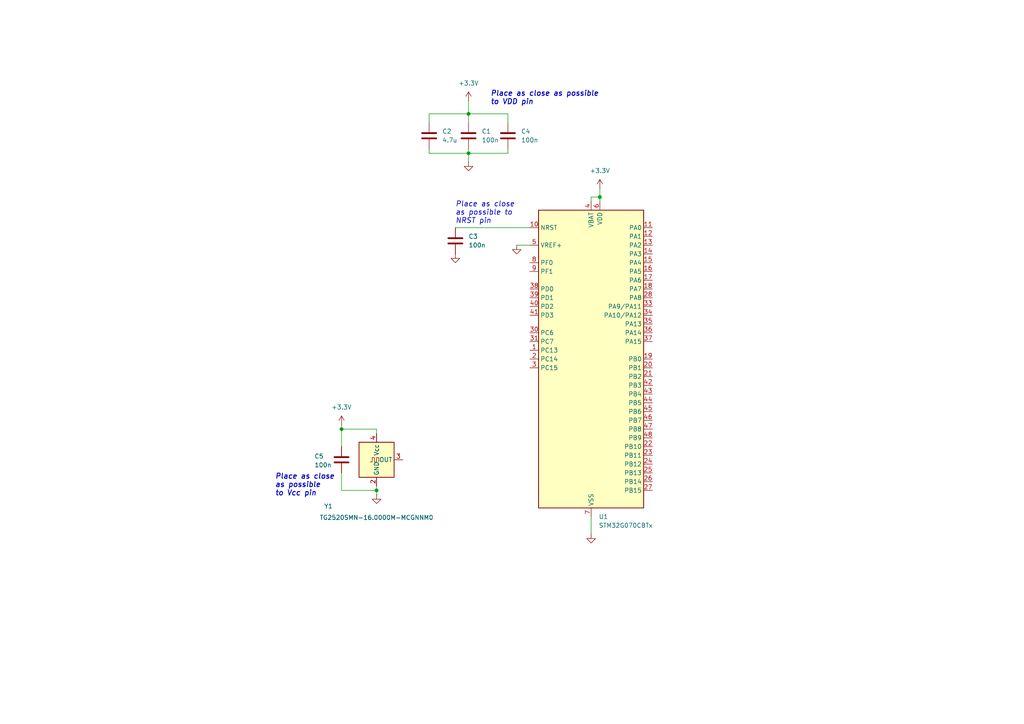
<source format=kicad_sch>
(kicad_sch (version 20231120) (generator "eeschema") (generator_version "8.0")
  (paper "A4")
  (lib_symbols
    (symbol "Device:C" (pin_numbers hide) (pin_names (offset 0.254))
      (property "Reference" "C" (at 0.635 2.54 0))
      (property "Value" "C" (at 0.635 -2.54 0))
      (symbol "C_0_1"
        (polyline (pts (xy -2.032 -0.762) (xy 2.032 -0.762)) (stroke (width 0.508)))
        (polyline (pts (xy -2.032 0.762) (xy 2.032 0.762)) (stroke (width 0.508)))
      )
      (symbol "C_1_1"
        (pin passive line (at 0 3.81 270) (length 2.794) (name "~") (number "1"))
        (pin passive line (at 0 -3.81 90) (length 2.794) (name "~") (number "2"))
      )
    )
    (symbol "MCU_ST_STM32G0:STM32G070CBTx"
      (property "Reference" "U" (at -15.24 44.45 0))
      (property "Value" "STM32G070CBTx" (at 5.08 44.45 0))
      (symbol "STM32G070CBTx_0_1"
        (rectangle (start -15.24 -43.18) (end 15.24 43.18) (stroke (width 0.254)) (fill (type background)))
      )
      (symbol "STM32G070CBTx_1_1"
        (pin bidirectional line (at -17.78 2.54 0) (length 2.54) (name "PC13") (number "1"))
        (pin input line (at -17.78 38.1 0) (length 2.54) (name "NRST") (number "10"))
        (pin bidirectional line (at 17.78 38.1 180) (length 2.54) (name "PA0") (number "11"))
        (pin bidirectional line (at 17.78 35.56 180) (length 2.54) (name "PA1") (number "12"))
        (pin bidirectional line (at 17.78 33.02 180) (length 2.54) (name "PA2") (number "13"))
        (pin bidirectional line (at 17.78 30.48 180) (length 2.54) (name "PA3") (number "14"))
        (pin bidirectional line (at 17.78 27.94 180) (length 2.54) (name "PA4") (number "15"))
        (pin bidirectional line (at 17.78 25.4 180) (length 2.54) (name "PA5") (number "16"))
        (pin bidirectional line (at 17.78 22.86 180) (length 2.54) (name "PA6") (number "17"))
        (pin bidirectional line (at 17.78 20.32 180) (length 2.54) (name "PA7") (number "18"))
        (pin bidirectional line (at 17.78 0 180) (length 2.54) (name "PB0") (number "19"))
        (pin bidirectional line (at -17.78 0 0) (length 2.54) (name "PC14") (number "2"))
        (pin bidirectional line (at 17.78 -2.54 180) (length 2.54) (name "PB1") (number "20"))
        (pin bidirectional line (at 17.78 -5.08 180) (length 2.54) (name "PB2") (number "21"))
        (pin bidirectional line (at 17.78 -25.4 180) (length 2.54) (name "PB10") (number "22"))
        (pin bidirectional line (at 17.78 -27.94 180) (length 2.54) (name "PB11") (number "23"))
        (pin bidirectional line (at 17.78 -30.48 180) (length 2.54) (name "PB12") (number "24"))
        (pin bidirectional line (at 17.78 -33.02 180) (length 2.54) (name "PB13") (number "25"))
        (pin bidirectional line (at 17.78 -35.56 180) (length 2.54) (name "PB14") (number "26"))
        (pin bidirectional line (at 17.78 -38.1 180) (length 2.54) (name "PB15") (number "27"))
        (pin bidirectional line (at 17.78 17.78 180) (length 2.54) (name "PA8") (number "28"))
        (pin no_connect line (at -15.24 -43.18 0) (length 2.54) hide (name "NC/PA9") (number "29"))
        (pin bidirectional line (at -17.78 -2.54 0) (length 2.54) (name "PC15") (number "3"))
        (pin bidirectional line (at -17.78 7.62 0) (length 2.54) (name "PC6") (number "30"))
        (pin bidirectional line (at -17.78 5.08 0) (length 2.54) (name "PC7") (number "31"))
        (pin no_connect line (at -15.24 -40.64 0) (length 2.54) hide (name "NC/PA10") (number "32"))
        (pin bidirectional line (at 17.78 15.24 180) (length 2.54) (name "PA9/PA11") (number "33"))
        (pin bidirectional line (at 17.78 12.7 180) (length 2.54) (name "PA10/PA12") (number "34"))
        (pin bidirectional line (at 17.78 10.16 180) (length 2.54) (name "PA13") (number "35"))
        (pin bidirectional line (at 17.78 7.62 180) (length 2.54) (name "PA14") (number "36"))
        (pin bidirectional line (at 17.78 5.08 180) (length 2.54) (name "PA15") (number "37"))
        (pin bidirectional line (at -17.78 20.32 0) (length 2.54) (name "PD0") (number "38"))
        (pin bidirectional line (at -17.78 17.78 0) (length 2.54) (name "PD1") (number "39"))
        (pin power_in line (at 0 45.72 270) (length 2.54) (name "VBAT") (number "4"))
        (pin bidirectional line (at -17.78 15.24 0) (length 2.54) (name "PD2") (number "40"))
        (pin bidirectional line (at -17.78 12.7 0) (length 2.54) (name "PD3") (number "41"))
        (pin bidirectional line (at 17.78 -7.62 180) (length 2.54) (name "PB3") (number "42"))
        (pin bidirectional line (at 17.78 -10.16 180) (length 2.54) (name "PB4") (number "43"))
        (pin bidirectional line (at 17.78 -12.7 180) (length 2.54) (name "PB5") (number "44"))
        (pin bidirectional line (at 17.78 -15.24 180) (length 2.54) (name "PB6") (number "45"))
        (pin bidirectional line (at 17.78 -17.78 180) (length 2.54) (name "PB7") (number "46"))
        (pin bidirectional line (at 17.78 -20.32 180) (length 2.54) (name "PB8") (number "47"))
        (pin bidirectional line (at 17.78 -22.86 180) (length 2.54) (name "PB9") (number "48"))
        (pin input line (at -17.78 33.02 0) (length 2.54) (name "VREF+") (number "5"))
        (pin power_in line (at 2.54 45.72 270) (length 2.54) (name "VDD") (number "6"))
        (pin power_in line (at 0 -45.72 90) (length 2.54) (name "VSS") (number "7"))
        (pin bidirectional line (at -17.78 27.94 0) (length 2.54) (name "PF0") (number "8"))
        (pin bidirectional line (at -17.78 25.4 0) (length 2.54) (name "PF1") (number "9"))
      )
    )
    (symbol "Oscillator:TG2520SMN-xx.xxxxxxMhz-xxxxNM"
      (property "Reference" "Y" (at -5.08 6.35 0))
      (property "Value" "TG2520SMN-xx.xxxxxxMhz-xxxxNM" (at 1.27 -6.35 0))
      (symbol "TG2520SMN-xx.xxxxxxMhz-xxxxNM_0_1"
        (rectangle (start -5.08 5.08) (end 5.08 -5.08) (stroke (width 0.254)) (fill (type background)))
        (polyline (pts (xy -1.905 -0.635) (xy -1.27 -0.635) (xy -1.27 0.635) (xy -0.635 0.635) (xy -0.635 -0.635) (xy 0 -0.635) (xy 0 0.635) (xy 0.635 0.635) (xy 0.635 -0.635)))
      )
      (symbol "TG2520SMN-xx.xxxxxxMhz-xxxxNM_1_1"
        (pin no_connect line (at -5.08 0 0) (length 2.54) hide (name "NC") (number "1"))
        (pin power_in line (at 0 -7.62 90) (length 2.54) (name "GND") (number "2"))
        (pin output line (at 7.62 0 180) (length 2.54) (name "OUT") (number "3"))
        (pin power_in line (at 0 7.62 270) (length 2.54) (name "Vcc") (number "4"))
      )
    )
    (symbol "power:+3.3V" (power) (pin_numbers hide) (pin_names (offset 0) hide)
      (property "Value" "+3.3V" (at 0 3.556 0))
      (symbol "+3.3V_0_1"
        (polyline (pts (xy -0.762 1.27) (xy 0 2.54)))
        (polyline (pts (xy 0 0) (xy 0 2.54)))
        (polyline (pts (xy 0 2.54) (xy 0.762 1.27)))
      )
      (symbol "+3.3V_1_1"
        (pin power_in line (at 0 0 90) (length 0) (name "~") (number "1"))
      )
    )
    (symbol "power:GND" (power) (pin_numbers hide) (pin_names (offset 0) hide)
      (property "Value" "GND" (at 0 -3.81 0))
      (symbol "GND_0_1"
        (polyline (pts (xy 0 0) (xy 0 -1.27) (xy 1.27 -1.27) (xy 0 -2.54) (xy -1.27 -1.27) (xy 0 -1.27)))
      )
      (symbol "GND_1_1"
        (pin power_in line (at 0 0 270) (length 0) (name "~") (number "1"))
      )
    )
  )
  (junction (at 99.06 124.46))
  (junction (at 135.89 33.02))
  (junction (at 135.89 44.45))
  (junction (at 173.99 57.15))
  (junction (at 109.22 142.24))
  (wire (pts (xy 109.22 142.24) (xy 99.06 142.24)))
  (wire (pts (xy 124.46 33.02) (xy 135.89 33.02)))
  (wire (pts (xy 109.22 142.24) (xy 109.22 143.51)))
  (wire (pts (xy 109.22 142.24) (xy 109.22 140.97)))
  (wire (pts (xy 171.45 57.15) (xy 173.99 57.15)))
  (wire (pts (xy 99.06 124.46) (xy 99.06 129.54)))
  (wire (pts (xy 135.89 43.18) (xy 135.89 44.45)))
  (wire (pts (xy 99.06 123.19) (xy 99.06 124.46)))
  (wire (pts (xy 173.99 57.15) (xy 173.99 58.42)))
  (wire (pts (xy 132.08 66.04) (xy 153.67 66.04)))
  (wire (pts (xy 147.32 44.45) (xy 147.32 43.18)))
  (wire (pts (xy 171.45 149.86) (xy 171.45 154.94)))
  (wire (pts (xy 135.89 44.45) (xy 135.89 46.99)))
  (wire (pts (xy 171.45 58.42) (xy 171.45 57.15)))
  (wire (pts (xy 109.22 124.46) (xy 109.22 125.73)))
  (wire (pts (xy 147.32 35.56) (xy 147.32 33.02)))
  (wire (pts (xy 124.46 35.56) (xy 124.46 33.02)))
  (wire (pts (xy 149.86 71.12) (xy 153.67 71.12)))
  (wire (pts (xy 99.06 124.46) (xy 109.22 124.46)))
  (wire (pts (xy 147.32 33.02) (xy 135.89 33.02)))
  (wire (pts (xy 124.46 44.45) (xy 124.46 43.18)))
  (wire (pts (xy 99.06 142.24) (xy 99.06 137.16)))
  (wire (pts (xy 135.89 33.02) (xy 135.89 35.56)))
  (wire (pts (xy 135.89 44.45) (xy 147.32 44.45)))
  (wire (pts (xy 135.89 29.21) (xy 135.89 33.02)))
  (wire (pts (xy 173.99 54.61) (xy 173.99 57.15)))
  (wire (pts (xy 135.89 44.45) (xy 124.46 44.45)))
  (text "Place as close \nas possible to \nNRST pin" (at 132.08 61.722 0) (effects (font (size 1.5 1.5) (thickness 0.1875) (italic yes)) (justify left)))
  (text "Place as close \nas possible\nto Vcc pin" (at 79.756 140.716 0) (effects (font (size 1.5 1.5) (thickness 0.25) (italic yes)) (justify left)))
  (text "Place as close as possible\nto VDD pin" (at 142.24 28.448 0) (effects (font (size 1.5 1.5) (thickness 0.25) (italic yes)) (justify left)))
  (symbol (lib_id "power:GND") (at 171.45 154.94 0) (unit 1)
    (property "Reference" "#PWR1" (effects (hide yes)))
    (property "Value" "GND" (effects (hide yes)))
    (property "Description" "Power symbol creates a global label with name \"GND\" , ground" (effects (hide yes)))
  )
  (symbol (lib_id "power:GND") (at 135.89 46.99 0) (unit 1)
    (property "Reference" "#PWR3" (effects (hide yes)))
    (property "Value" "GND" (effects (hide yes)))
    (property "Description" "Power symbol creates a global label with name \"GND\" , ground" (effects (hide yes)))
  )
  (symbol (lib_id "Device:C") (at 124.46 39.37 0) (unit 1)
    (property "Reference" "C2" (at 128.27 38.0999 0) (effects (justify left)))
    (property "Value" "4.7u" (at 128.27 40.6399 0) (effects (justify left)))
    (property "Description" "Ceramic capacitor" (effects (hide yes)))
  )
  (symbol (lib_id "power:GND") (at 109.22 143.51 0) (unit 1)
    (property "Reference" "#PWR8" (effects (hide yes)))
    (property "Value" "GND" (effects (hide yes)))
    (property "Description" "Power symbol creates a global label with name \"GND\" , ground" (effects (hide yes)))
  )
  (symbol (lib_id "power:+3.3V") (at 99.06 123.19 0) (unit 1)
    (property "Reference" "#PWR7" (effects (hide yes)))
    (property "Value" "+3.3V" (at 99.06 118.11 0))
    (property "Description" "Power symbol creates a global label with name \"+3.3V\"" (effects (hide yes)))
  )
  (symbol (lib_id "Oscillator:TG2520SMN-xx.xxxxxxMhz-xxxxNM") (at 109.22 133.35 0) (unit 1)
    (property "Reference" "Y1" (at 96.52 146.812 0) (effects (justify right)))
    (property "Value" "TG2520SMN-16.0000M-MCGNNM0" (at 125.73 150.114 0) (effects (justify right)))
    (property "Footprint" "Oscillator:Oscillator_SMD_SeikoEpson_TG2520SMN-xxx-xxxxxx-4Pin_2.5x2.0mm" (effects (hide yes)))
    (property "Datasheet" "https://support.epson.biz/td/api/doc_check.php?dl=app_TG2520SMN&lang=en" (effects (hide yes)))
    (property "Description" "Crystal Oscillator Low Profile / High Stability TCXO" (effects (hide yes)))
  )
  (symbol (lib_id "Device:C") (at 135.89 39.37 0) (unit 1)
    (property "Reference" "C1" (at 139.7 38.0999 0) (effects (justify left)))
    (property "Value" "100n" (at 139.7 40.6399 0) (effects (justify left)))
    (property "Description" "Ceramic capacitor" (effects (hide yes)))
  )
  (symbol (lib_id "power:GND") (at 132.08 73.66 0) (unit 1)
    (property "Reference" "#PWR6" (effects (hide yes)))
    (property "Value" "GND" (effects (hide yes)))
    (property "Description" "Power symbol creates a global label with name \"GND\" , ground" (effects (hide yes)))
  )
  (symbol (lib_id "power:GND") (at 149.86 71.12 0) (unit 1)
    (property "Reference" "#PWR5" (effects (hide yes)))
    (property "Value" "GND" (effects (hide yes)))
    (property "Description" "Power symbol creates a global label with name \"GND\" , ground" (effects (hide yes)))
  )
  (symbol (lib_id "power:+3.3V") (at 135.89 29.21 0) (unit 1)
    (property "Reference" "#PWR2" (effects (hide yes)))
    (property "Value" "+3.3V" (at 135.89 24.13 0))
    (property "Description" "Power symbol creates a global label with name \"+3.3V\"" (effects (hide yes)))
  )
  (symbol (lib_id "Device:C") (at 99.06 133.35 0) (unit 1)
    (property "Reference" "C5" (at 91.186 132.334 0) (effects (justify left)))
    (property "Value" "100n" (at 91.186 134.874 0) (effects (justify left)))
    (property "Description" "Ceramic capacitor" (effects (hide yes)))
  )
  (symbol (lib_id "power:+3.3V") (at 173.99 54.61 0) (unit 1)
    (property "Reference" "#PWR4" (effects (hide yes)))
    (property "Value" "+3.3V" (at 173.99 49.53 0))
    (property "Description" "Power symbol creates a global label with name \"+3.3V\"" (effects (hide yes)))
  )
  (symbol (lib_id "Device:C") (at 147.32 39.37 0) (unit 1)
    (property "Reference" "C4" (at 151.13 38.0999 0) (effects (justify left)))
    (property "Value" "100n" (at 151.13 40.6399 0) (effects (justify left)))
    (property "Description" "Ceramic capacitor" (effects (hide yes)))
  )
  (symbol (lib_id "MCU_ST_STM32G0:STM32G070CBTx") (at 171.45 104.14 0) (unit 1)
    (property "Reference" "U1" (at 173.6441 149.86 0) (effects (justify left)))
    (property "Value" "STM32G070CBTx" (at 173.6441 152.4 0) (effects (justify left)))
    (property "Footprint" "Package_QFP:LQFP-48_7x7mm_P0.5mm" (effects (hide yes)))
    (property "Datasheet" "https://www.st.com/resource/en/datasheet/stm32g070cb.pdf" (effects (hide yes)))
    (property "Description" "STMicroelectronics Arm Cortex-M0+ MCU, 128KB flash, 36KB RAM, 64 MHz, 2.0-3.6V, 43 GPIO, LQFP48" (effects (hide yes)))
  )
  (symbol (lib_id "Device:C") (at 132.08 69.85 0) (unit 1)
    (property "Reference" "C3" (at 135.89 68.5799 0) (effects (justify left)))
    (property "Value" "100n" (at 135.89 71.1199 0) (effects (justify left)))
    (property "Description" "Ceramic capacitor" (effects (hide yes)))
  )
)
</source>
